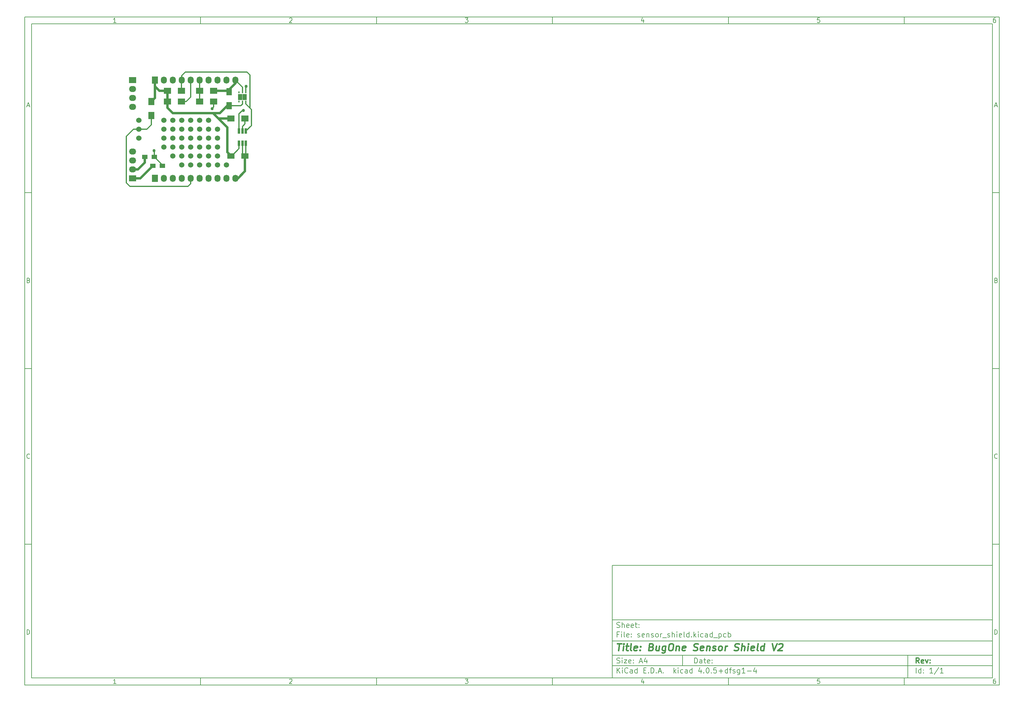
<source format=gtl>
G04 #@! TF.FileFunction,Copper,L1,Top,Signal*
%FSLAX46Y46*%
G04 Gerber Fmt 4.6, Leading zero omitted, Abs format (unit mm)*
G04 Created by KiCad (PCBNEW 4.0.5+dfsg1-4) date Tue Mar  7 19:26:32 2017*
%MOMM*%
%LPD*%
G01*
G04 APERTURE LIST*
%ADD10C,0.100000*%
%ADD11C,0.150000*%
%ADD12C,0.300000*%
%ADD13C,0.400000*%
%ADD14R,2.032000X1.727200*%
%ADD15O,2.032000X1.727200*%
%ADD16R,1.727200X2.032000*%
%ADD17O,1.727200X2.032000*%
%ADD18R,2.000000X1.600000*%
%ADD19R,1.600000X2.000000*%
%ADD20C,1.524000*%
%ADD21R,0.450000X0.630000*%
%ADD22R,1.300000X0.850000*%
%ADD23R,2.000000X1.700000*%
%ADD24R,1.700000X2.000000*%
%ADD25R,1.500000X1.300000*%
%ADD26C,1.500000*%
%ADD27R,0.700000X1.524000*%
%ADD28C,0.863600*%
%ADD29C,0.711200*%
%ADD30C,0.355600*%
G04 APERTURE END LIST*
D10*
D11*
X177002200Y-166007200D02*
X177002200Y-198007200D01*
X285002200Y-198007200D01*
X285002200Y-166007200D01*
X177002200Y-166007200D01*
D10*
D11*
X10000000Y-10000000D02*
X10000000Y-200007200D01*
X287002200Y-200007200D01*
X287002200Y-10000000D01*
X10000000Y-10000000D01*
D10*
D11*
X12000000Y-12000000D02*
X12000000Y-198007200D01*
X285002200Y-198007200D01*
X285002200Y-12000000D01*
X12000000Y-12000000D01*
D10*
D11*
X60000000Y-12000000D02*
X60000000Y-10000000D01*
D10*
D11*
X110000000Y-12000000D02*
X110000000Y-10000000D01*
D10*
D11*
X160000000Y-12000000D02*
X160000000Y-10000000D01*
D10*
D11*
X210000000Y-12000000D02*
X210000000Y-10000000D01*
D10*
D11*
X260000000Y-12000000D02*
X260000000Y-10000000D01*
D10*
D11*
X35990476Y-11588095D02*
X35247619Y-11588095D01*
X35619048Y-11588095D02*
X35619048Y-10288095D01*
X35495238Y-10473810D01*
X35371429Y-10597619D01*
X35247619Y-10659524D01*
D10*
D11*
X85247619Y-10411905D02*
X85309524Y-10350000D01*
X85433333Y-10288095D01*
X85742857Y-10288095D01*
X85866667Y-10350000D01*
X85928571Y-10411905D01*
X85990476Y-10535714D01*
X85990476Y-10659524D01*
X85928571Y-10845238D01*
X85185714Y-11588095D01*
X85990476Y-11588095D01*
D10*
D11*
X135185714Y-10288095D02*
X135990476Y-10288095D01*
X135557143Y-10783333D01*
X135742857Y-10783333D01*
X135866667Y-10845238D01*
X135928571Y-10907143D01*
X135990476Y-11030952D01*
X135990476Y-11340476D01*
X135928571Y-11464286D01*
X135866667Y-11526190D01*
X135742857Y-11588095D01*
X135371429Y-11588095D01*
X135247619Y-11526190D01*
X135185714Y-11464286D01*
D10*
D11*
X185866667Y-10721429D02*
X185866667Y-11588095D01*
X185557143Y-10226190D02*
X185247619Y-11154762D01*
X186052381Y-11154762D01*
D10*
D11*
X235928571Y-10288095D02*
X235309524Y-10288095D01*
X235247619Y-10907143D01*
X235309524Y-10845238D01*
X235433333Y-10783333D01*
X235742857Y-10783333D01*
X235866667Y-10845238D01*
X235928571Y-10907143D01*
X235990476Y-11030952D01*
X235990476Y-11340476D01*
X235928571Y-11464286D01*
X235866667Y-11526190D01*
X235742857Y-11588095D01*
X235433333Y-11588095D01*
X235309524Y-11526190D01*
X235247619Y-11464286D01*
D10*
D11*
X285866667Y-10288095D02*
X285619048Y-10288095D01*
X285495238Y-10350000D01*
X285433333Y-10411905D01*
X285309524Y-10597619D01*
X285247619Y-10845238D01*
X285247619Y-11340476D01*
X285309524Y-11464286D01*
X285371429Y-11526190D01*
X285495238Y-11588095D01*
X285742857Y-11588095D01*
X285866667Y-11526190D01*
X285928571Y-11464286D01*
X285990476Y-11340476D01*
X285990476Y-11030952D01*
X285928571Y-10907143D01*
X285866667Y-10845238D01*
X285742857Y-10783333D01*
X285495238Y-10783333D01*
X285371429Y-10845238D01*
X285309524Y-10907143D01*
X285247619Y-11030952D01*
D10*
D11*
X60000000Y-198007200D02*
X60000000Y-200007200D01*
D10*
D11*
X110000000Y-198007200D02*
X110000000Y-200007200D01*
D10*
D11*
X160000000Y-198007200D02*
X160000000Y-200007200D01*
D10*
D11*
X210000000Y-198007200D02*
X210000000Y-200007200D01*
D10*
D11*
X260000000Y-198007200D02*
X260000000Y-200007200D01*
D10*
D11*
X35990476Y-199595295D02*
X35247619Y-199595295D01*
X35619048Y-199595295D02*
X35619048Y-198295295D01*
X35495238Y-198481010D01*
X35371429Y-198604819D01*
X35247619Y-198666724D01*
D10*
D11*
X85247619Y-198419105D02*
X85309524Y-198357200D01*
X85433333Y-198295295D01*
X85742857Y-198295295D01*
X85866667Y-198357200D01*
X85928571Y-198419105D01*
X85990476Y-198542914D01*
X85990476Y-198666724D01*
X85928571Y-198852438D01*
X85185714Y-199595295D01*
X85990476Y-199595295D01*
D10*
D11*
X135185714Y-198295295D02*
X135990476Y-198295295D01*
X135557143Y-198790533D01*
X135742857Y-198790533D01*
X135866667Y-198852438D01*
X135928571Y-198914343D01*
X135990476Y-199038152D01*
X135990476Y-199347676D01*
X135928571Y-199471486D01*
X135866667Y-199533390D01*
X135742857Y-199595295D01*
X135371429Y-199595295D01*
X135247619Y-199533390D01*
X135185714Y-199471486D01*
D10*
D11*
X185866667Y-198728629D02*
X185866667Y-199595295D01*
X185557143Y-198233390D02*
X185247619Y-199161962D01*
X186052381Y-199161962D01*
D10*
D11*
X235928571Y-198295295D02*
X235309524Y-198295295D01*
X235247619Y-198914343D01*
X235309524Y-198852438D01*
X235433333Y-198790533D01*
X235742857Y-198790533D01*
X235866667Y-198852438D01*
X235928571Y-198914343D01*
X235990476Y-199038152D01*
X235990476Y-199347676D01*
X235928571Y-199471486D01*
X235866667Y-199533390D01*
X235742857Y-199595295D01*
X235433333Y-199595295D01*
X235309524Y-199533390D01*
X235247619Y-199471486D01*
D10*
D11*
X285866667Y-198295295D02*
X285619048Y-198295295D01*
X285495238Y-198357200D01*
X285433333Y-198419105D01*
X285309524Y-198604819D01*
X285247619Y-198852438D01*
X285247619Y-199347676D01*
X285309524Y-199471486D01*
X285371429Y-199533390D01*
X285495238Y-199595295D01*
X285742857Y-199595295D01*
X285866667Y-199533390D01*
X285928571Y-199471486D01*
X285990476Y-199347676D01*
X285990476Y-199038152D01*
X285928571Y-198914343D01*
X285866667Y-198852438D01*
X285742857Y-198790533D01*
X285495238Y-198790533D01*
X285371429Y-198852438D01*
X285309524Y-198914343D01*
X285247619Y-199038152D01*
D10*
D11*
X10000000Y-60000000D02*
X12000000Y-60000000D01*
D10*
D11*
X10000000Y-110000000D02*
X12000000Y-110000000D01*
D10*
D11*
X10000000Y-160000000D02*
X12000000Y-160000000D01*
D10*
D11*
X10690476Y-35216667D02*
X11309524Y-35216667D01*
X10566667Y-35588095D02*
X11000000Y-34288095D01*
X11433333Y-35588095D01*
D10*
D11*
X11092857Y-84907143D02*
X11278571Y-84969048D01*
X11340476Y-85030952D01*
X11402381Y-85154762D01*
X11402381Y-85340476D01*
X11340476Y-85464286D01*
X11278571Y-85526190D01*
X11154762Y-85588095D01*
X10659524Y-85588095D01*
X10659524Y-84288095D01*
X11092857Y-84288095D01*
X11216667Y-84350000D01*
X11278571Y-84411905D01*
X11340476Y-84535714D01*
X11340476Y-84659524D01*
X11278571Y-84783333D01*
X11216667Y-84845238D01*
X11092857Y-84907143D01*
X10659524Y-84907143D01*
D10*
D11*
X11402381Y-135464286D02*
X11340476Y-135526190D01*
X11154762Y-135588095D01*
X11030952Y-135588095D01*
X10845238Y-135526190D01*
X10721429Y-135402381D01*
X10659524Y-135278571D01*
X10597619Y-135030952D01*
X10597619Y-134845238D01*
X10659524Y-134597619D01*
X10721429Y-134473810D01*
X10845238Y-134350000D01*
X11030952Y-134288095D01*
X11154762Y-134288095D01*
X11340476Y-134350000D01*
X11402381Y-134411905D01*
D10*
D11*
X10659524Y-185588095D02*
X10659524Y-184288095D01*
X10969048Y-184288095D01*
X11154762Y-184350000D01*
X11278571Y-184473810D01*
X11340476Y-184597619D01*
X11402381Y-184845238D01*
X11402381Y-185030952D01*
X11340476Y-185278571D01*
X11278571Y-185402381D01*
X11154762Y-185526190D01*
X10969048Y-185588095D01*
X10659524Y-185588095D01*
D10*
D11*
X287002200Y-60000000D02*
X285002200Y-60000000D01*
D10*
D11*
X287002200Y-110000000D02*
X285002200Y-110000000D01*
D10*
D11*
X287002200Y-160000000D02*
X285002200Y-160000000D01*
D10*
D11*
X285692676Y-35216667D02*
X286311724Y-35216667D01*
X285568867Y-35588095D02*
X286002200Y-34288095D01*
X286435533Y-35588095D01*
D10*
D11*
X286095057Y-84907143D02*
X286280771Y-84969048D01*
X286342676Y-85030952D01*
X286404581Y-85154762D01*
X286404581Y-85340476D01*
X286342676Y-85464286D01*
X286280771Y-85526190D01*
X286156962Y-85588095D01*
X285661724Y-85588095D01*
X285661724Y-84288095D01*
X286095057Y-84288095D01*
X286218867Y-84350000D01*
X286280771Y-84411905D01*
X286342676Y-84535714D01*
X286342676Y-84659524D01*
X286280771Y-84783333D01*
X286218867Y-84845238D01*
X286095057Y-84907143D01*
X285661724Y-84907143D01*
D10*
D11*
X286404581Y-135464286D02*
X286342676Y-135526190D01*
X286156962Y-135588095D01*
X286033152Y-135588095D01*
X285847438Y-135526190D01*
X285723629Y-135402381D01*
X285661724Y-135278571D01*
X285599819Y-135030952D01*
X285599819Y-134845238D01*
X285661724Y-134597619D01*
X285723629Y-134473810D01*
X285847438Y-134350000D01*
X286033152Y-134288095D01*
X286156962Y-134288095D01*
X286342676Y-134350000D01*
X286404581Y-134411905D01*
D10*
D11*
X285661724Y-185588095D02*
X285661724Y-184288095D01*
X285971248Y-184288095D01*
X286156962Y-184350000D01*
X286280771Y-184473810D01*
X286342676Y-184597619D01*
X286404581Y-184845238D01*
X286404581Y-185030952D01*
X286342676Y-185278571D01*
X286280771Y-185402381D01*
X286156962Y-185526190D01*
X285971248Y-185588095D01*
X285661724Y-185588095D01*
D10*
D11*
X200359343Y-193785771D02*
X200359343Y-192285771D01*
X200716486Y-192285771D01*
X200930771Y-192357200D01*
X201073629Y-192500057D01*
X201145057Y-192642914D01*
X201216486Y-192928629D01*
X201216486Y-193142914D01*
X201145057Y-193428629D01*
X201073629Y-193571486D01*
X200930771Y-193714343D01*
X200716486Y-193785771D01*
X200359343Y-193785771D01*
X202502200Y-193785771D02*
X202502200Y-193000057D01*
X202430771Y-192857200D01*
X202287914Y-192785771D01*
X202002200Y-192785771D01*
X201859343Y-192857200D01*
X202502200Y-193714343D02*
X202359343Y-193785771D01*
X202002200Y-193785771D01*
X201859343Y-193714343D01*
X201787914Y-193571486D01*
X201787914Y-193428629D01*
X201859343Y-193285771D01*
X202002200Y-193214343D01*
X202359343Y-193214343D01*
X202502200Y-193142914D01*
X203002200Y-192785771D02*
X203573629Y-192785771D01*
X203216486Y-192285771D02*
X203216486Y-193571486D01*
X203287914Y-193714343D01*
X203430772Y-193785771D01*
X203573629Y-193785771D01*
X204645057Y-193714343D02*
X204502200Y-193785771D01*
X204216486Y-193785771D01*
X204073629Y-193714343D01*
X204002200Y-193571486D01*
X204002200Y-193000057D01*
X204073629Y-192857200D01*
X204216486Y-192785771D01*
X204502200Y-192785771D01*
X204645057Y-192857200D01*
X204716486Y-193000057D01*
X204716486Y-193142914D01*
X204002200Y-193285771D01*
X205359343Y-193642914D02*
X205430771Y-193714343D01*
X205359343Y-193785771D01*
X205287914Y-193714343D01*
X205359343Y-193642914D01*
X205359343Y-193785771D01*
X205359343Y-192857200D02*
X205430771Y-192928629D01*
X205359343Y-193000057D01*
X205287914Y-192928629D01*
X205359343Y-192857200D01*
X205359343Y-193000057D01*
D10*
D11*
X177002200Y-194507200D02*
X285002200Y-194507200D01*
D10*
D11*
X178359343Y-196585771D02*
X178359343Y-195085771D01*
X179216486Y-196585771D02*
X178573629Y-195728629D01*
X179216486Y-195085771D02*
X178359343Y-195942914D01*
X179859343Y-196585771D02*
X179859343Y-195585771D01*
X179859343Y-195085771D02*
X179787914Y-195157200D01*
X179859343Y-195228629D01*
X179930771Y-195157200D01*
X179859343Y-195085771D01*
X179859343Y-195228629D01*
X181430772Y-196442914D02*
X181359343Y-196514343D01*
X181145057Y-196585771D01*
X181002200Y-196585771D01*
X180787915Y-196514343D01*
X180645057Y-196371486D01*
X180573629Y-196228629D01*
X180502200Y-195942914D01*
X180502200Y-195728629D01*
X180573629Y-195442914D01*
X180645057Y-195300057D01*
X180787915Y-195157200D01*
X181002200Y-195085771D01*
X181145057Y-195085771D01*
X181359343Y-195157200D01*
X181430772Y-195228629D01*
X182716486Y-196585771D02*
X182716486Y-195800057D01*
X182645057Y-195657200D01*
X182502200Y-195585771D01*
X182216486Y-195585771D01*
X182073629Y-195657200D01*
X182716486Y-196514343D02*
X182573629Y-196585771D01*
X182216486Y-196585771D01*
X182073629Y-196514343D01*
X182002200Y-196371486D01*
X182002200Y-196228629D01*
X182073629Y-196085771D01*
X182216486Y-196014343D01*
X182573629Y-196014343D01*
X182716486Y-195942914D01*
X184073629Y-196585771D02*
X184073629Y-195085771D01*
X184073629Y-196514343D02*
X183930772Y-196585771D01*
X183645058Y-196585771D01*
X183502200Y-196514343D01*
X183430772Y-196442914D01*
X183359343Y-196300057D01*
X183359343Y-195871486D01*
X183430772Y-195728629D01*
X183502200Y-195657200D01*
X183645058Y-195585771D01*
X183930772Y-195585771D01*
X184073629Y-195657200D01*
X185930772Y-195800057D02*
X186430772Y-195800057D01*
X186645058Y-196585771D02*
X185930772Y-196585771D01*
X185930772Y-195085771D01*
X186645058Y-195085771D01*
X187287915Y-196442914D02*
X187359343Y-196514343D01*
X187287915Y-196585771D01*
X187216486Y-196514343D01*
X187287915Y-196442914D01*
X187287915Y-196585771D01*
X188002201Y-196585771D02*
X188002201Y-195085771D01*
X188359344Y-195085771D01*
X188573629Y-195157200D01*
X188716487Y-195300057D01*
X188787915Y-195442914D01*
X188859344Y-195728629D01*
X188859344Y-195942914D01*
X188787915Y-196228629D01*
X188716487Y-196371486D01*
X188573629Y-196514343D01*
X188359344Y-196585771D01*
X188002201Y-196585771D01*
X189502201Y-196442914D02*
X189573629Y-196514343D01*
X189502201Y-196585771D01*
X189430772Y-196514343D01*
X189502201Y-196442914D01*
X189502201Y-196585771D01*
X190145058Y-196157200D02*
X190859344Y-196157200D01*
X190002201Y-196585771D02*
X190502201Y-195085771D01*
X191002201Y-196585771D01*
X191502201Y-196442914D02*
X191573629Y-196514343D01*
X191502201Y-196585771D01*
X191430772Y-196514343D01*
X191502201Y-196442914D01*
X191502201Y-196585771D01*
X194502201Y-196585771D02*
X194502201Y-195085771D01*
X194645058Y-196014343D02*
X195073629Y-196585771D01*
X195073629Y-195585771D02*
X194502201Y-196157200D01*
X195716487Y-196585771D02*
X195716487Y-195585771D01*
X195716487Y-195085771D02*
X195645058Y-195157200D01*
X195716487Y-195228629D01*
X195787915Y-195157200D01*
X195716487Y-195085771D01*
X195716487Y-195228629D01*
X197073630Y-196514343D02*
X196930773Y-196585771D01*
X196645059Y-196585771D01*
X196502201Y-196514343D01*
X196430773Y-196442914D01*
X196359344Y-196300057D01*
X196359344Y-195871486D01*
X196430773Y-195728629D01*
X196502201Y-195657200D01*
X196645059Y-195585771D01*
X196930773Y-195585771D01*
X197073630Y-195657200D01*
X198359344Y-196585771D02*
X198359344Y-195800057D01*
X198287915Y-195657200D01*
X198145058Y-195585771D01*
X197859344Y-195585771D01*
X197716487Y-195657200D01*
X198359344Y-196514343D02*
X198216487Y-196585771D01*
X197859344Y-196585771D01*
X197716487Y-196514343D01*
X197645058Y-196371486D01*
X197645058Y-196228629D01*
X197716487Y-196085771D01*
X197859344Y-196014343D01*
X198216487Y-196014343D01*
X198359344Y-195942914D01*
X199716487Y-196585771D02*
X199716487Y-195085771D01*
X199716487Y-196514343D02*
X199573630Y-196585771D01*
X199287916Y-196585771D01*
X199145058Y-196514343D01*
X199073630Y-196442914D01*
X199002201Y-196300057D01*
X199002201Y-195871486D01*
X199073630Y-195728629D01*
X199145058Y-195657200D01*
X199287916Y-195585771D01*
X199573630Y-195585771D01*
X199716487Y-195657200D01*
X202216487Y-195585771D02*
X202216487Y-196585771D01*
X201859344Y-195014343D02*
X201502201Y-196085771D01*
X202430773Y-196085771D01*
X203002201Y-196442914D02*
X203073629Y-196514343D01*
X203002201Y-196585771D01*
X202930772Y-196514343D01*
X203002201Y-196442914D01*
X203002201Y-196585771D01*
X204002201Y-195085771D02*
X204145058Y-195085771D01*
X204287915Y-195157200D01*
X204359344Y-195228629D01*
X204430773Y-195371486D01*
X204502201Y-195657200D01*
X204502201Y-196014343D01*
X204430773Y-196300057D01*
X204359344Y-196442914D01*
X204287915Y-196514343D01*
X204145058Y-196585771D01*
X204002201Y-196585771D01*
X203859344Y-196514343D01*
X203787915Y-196442914D01*
X203716487Y-196300057D01*
X203645058Y-196014343D01*
X203645058Y-195657200D01*
X203716487Y-195371486D01*
X203787915Y-195228629D01*
X203859344Y-195157200D01*
X204002201Y-195085771D01*
X205145058Y-196442914D02*
X205216486Y-196514343D01*
X205145058Y-196585771D01*
X205073629Y-196514343D01*
X205145058Y-196442914D01*
X205145058Y-196585771D01*
X206573630Y-195085771D02*
X205859344Y-195085771D01*
X205787915Y-195800057D01*
X205859344Y-195728629D01*
X206002201Y-195657200D01*
X206359344Y-195657200D01*
X206502201Y-195728629D01*
X206573630Y-195800057D01*
X206645058Y-195942914D01*
X206645058Y-196300057D01*
X206573630Y-196442914D01*
X206502201Y-196514343D01*
X206359344Y-196585771D01*
X206002201Y-196585771D01*
X205859344Y-196514343D01*
X205787915Y-196442914D01*
X207287915Y-196014343D02*
X208430772Y-196014343D01*
X207859343Y-196585771D02*
X207859343Y-195442914D01*
X209787915Y-196585771D02*
X209787915Y-195085771D01*
X209787915Y-196514343D02*
X209645058Y-196585771D01*
X209359344Y-196585771D01*
X209216486Y-196514343D01*
X209145058Y-196442914D01*
X209073629Y-196300057D01*
X209073629Y-195871486D01*
X209145058Y-195728629D01*
X209216486Y-195657200D01*
X209359344Y-195585771D01*
X209645058Y-195585771D01*
X209787915Y-195657200D01*
X210287915Y-195585771D02*
X210859344Y-195585771D01*
X210502201Y-196585771D02*
X210502201Y-195300057D01*
X210573629Y-195157200D01*
X210716487Y-195085771D01*
X210859344Y-195085771D01*
X211287915Y-196514343D02*
X211430772Y-196585771D01*
X211716487Y-196585771D01*
X211859344Y-196514343D01*
X211930772Y-196371486D01*
X211930772Y-196300057D01*
X211859344Y-196157200D01*
X211716487Y-196085771D01*
X211502201Y-196085771D01*
X211359344Y-196014343D01*
X211287915Y-195871486D01*
X211287915Y-195800057D01*
X211359344Y-195657200D01*
X211502201Y-195585771D01*
X211716487Y-195585771D01*
X211859344Y-195657200D01*
X213216487Y-195585771D02*
X213216487Y-196800057D01*
X213145058Y-196942914D01*
X213073630Y-197014343D01*
X212930773Y-197085771D01*
X212716487Y-197085771D01*
X212573630Y-197014343D01*
X213216487Y-196514343D02*
X213073630Y-196585771D01*
X212787916Y-196585771D01*
X212645058Y-196514343D01*
X212573630Y-196442914D01*
X212502201Y-196300057D01*
X212502201Y-195871486D01*
X212573630Y-195728629D01*
X212645058Y-195657200D01*
X212787916Y-195585771D01*
X213073630Y-195585771D01*
X213216487Y-195657200D01*
X214716487Y-196585771D02*
X213859344Y-196585771D01*
X214287916Y-196585771D02*
X214287916Y-195085771D01*
X214145059Y-195300057D01*
X214002201Y-195442914D01*
X213859344Y-195514343D01*
X215359344Y-196014343D02*
X216502201Y-196014343D01*
X217859344Y-195585771D02*
X217859344Y-196585771D01*
X217502201Y-195014343D02*
X217145058Y-196085771D01*
X218073630Y-196085771D01*
D10*
D11*
X177002200Y-191507200D02*
X285002200Y-191507200D01*
D10*
D12*
X264216486Y-193785771D02*
X263716486Y-193071486D01*
X263359343Y-193785771D02*
X263359343Y-192285771D01*
X263930771Y-192285771D01*
X264073629Y-192357200D01*
X264145057Y-192428629D01*
X264216486Y-192571486D01*
X264216486Y-192785771D01*
X264145057Y-192928629D01*
X264073629Y-193000057D01*
X263930771Y-193071486D01*
X263359343Y-193071486D01*
X265430771Y-193714343D02*
X265287914Y-193785771D01*
X265002200Y-193785771D01*
X264859343Y-193714343D01*
X264787914Y-193571486D01*
X264787914Y-193000057D01*
X264859343Y-192857200D01*
X265002200Y-192785771D01*
X265287914Y-192785771D01*
X265430771Y-192857200D01*
X265502200Y-193000057D01*
X265502200Y-193142914D01*
X264787914Y-193285771D01*
X266002200Y-192785771D02*
X266359343Y-193785771D01*
X266716485Y-192785771D01*
X267287914Y-193642914D02*
X267359342Y-193714343D01*
X267287914Y-193785771D01*
X267216485Y-193714343D01*
X267287914Y-193642914D01*
X267287914Y-193785771D01*
X267287914Y-192857200D02*
X267359342Y-192928629D01*
X267287914Y-193000057D01*
X267216485Y-192928629D01*
X267287914Y-192857200D01*
X267287914Y-193000057D01*
D10*
D11*
X178287914Y-193714343D02*
X178502200Y-193785771D01*
X178859343Y-193785771D01*
X179002200Y-193714343D01*
X179073629Y-193642914D01*
X179145057Y-193500057D01*
X179145057Y-193357200D01*
X179073629Y-193214343D01*
X179002200Y-193142914D01*
X178859343Y-193071486D01*
X178573629Y-193000057D01*
X178430771Y-192928629D01*
X178359343Y-192857200D01*
X178287914Y-192714343D01*
X178287914Y-192571486D01*
X178359343Y-192428629D01*
X178430771Y-192357200D01*
X178573629Y-192285771D01*
X178930771Y-192285771D01*
X179145057Y-192357200D01*
X179787914Y-193785771D02*
X179787914Y-192785771D01*
X179787914Y-192285771D02*
X179716485Y-192357200D01*
X179787914Y-192428629D01*
X179859342Y-192357200D01*
X179787914Y-192285771D01*
X179787914Y-192428629D01*
X180359343Y-192785771D02*
X181145057Y-192785771D01*
X180359343Y-193785771D01*
X181145057Y-193785771D01*
X182287914Y-193714343D02*
X182145057Y-193785771D01*
X181859343Y-193785771D01*
X181716486Y-193714343D01*
X181645057Y-193571486D01*
X181645057Y-193000057D01*
X181716486Y-192857200D01*
X181859343Y-192785771D01*
X182145057Y-192785771D01*
X182287914Y-192857200D01*
X182359343Y-193000057D01*
X182359343Y-193142914D01*
X181645057Y-193285771D01*
X183002200Y-193642914D02*
X183073628Y-193714343D01*
X183002200Y-193785771D01*
X182930771Y-193714343D01*
X183002200Y-193642914D01*
X183002200Y-193785771D01*
X183002200Y-192857200D02*
X183073628Y-192928629D01*
X183002200Y-193000057D01*
X182930771Y-192928629D01*
X183002200Y-192857200D01*
X183002200Y-193000057D01*
X184787914Y-193357200D02*
X185502200Y-193357200D01*
X184645057Y-193785771D02*
X185145057Y-192285771D01*
X185645057Y-193785771D01*
X186787914Y-192785771D02*
X186787914Y-193785771D01*
X186430771Y-192214343D02*
X186073628Y-193285771D01*
X187002200Y-193285771D01*
D10*
D11*
X263359343Y-196585771D02*
X263359343Y-195085771D01*
X264716486Y-196585771D02*
X264716486Y-195085771D01*
X264716486Y-196514343D02*
X264573629Y-196585771D01*
X264287915Y-196585771D01*
X264145057Y-196514343D01*
X264073629Y-196442914D01*
X264002200Y-196300057D01*
X264002200Y-195871486D01*
X264073629Y-195728629D01*
X264145057Y-195657200D01*
X264287915Y-195585771D01*
X264573629Y-195585771D01*
X264716486Y-195657200D01*
X265430772Y-196442914D02*
X265502200Y-196514343D01*
X265430772Y-196585771D01*
X265359343Y-196514343D01*
X265430772Y-196442914D01*
X265430772Y-196585771D01*
X265430772Y-195657200D02*
X265502200Y-195728629D01*
X265430772Y-195800057D01*
X265359343Y-195728629D01*
X265430772Y-195657200D01*
X265430772Y-195800057D01*
X268073629Y-196585771D02*
X267216486Y-196585771D01*
X267645058Y-196585771D02*
X267645058Y-195085771D01*
X267502201Y-195300057D01*
X267359343Y-195442914D01*
X267216486Y-195514343D01*
X269787914Y-195014343D02*
X268502200Y-196942914D01*
X271073629Y-196585771D02*
X270216486Y-196585771D01*
X270645058Y-196585771D02*
X270645058Y-195085771D01*
X270502201Y-195300057D01*
X270359343Y-195442914D01*
X270216486Y-195514343D01*
D10*
D11*
X177002200Y-187507200D02*
X285002200Y-187507200D01*
D10*
D13*
X178454581Y-188211962D02*
X179597438Y-188211962D01*
X178776010Y-190211962D02*
X179026010Y-188211962D01*
X180014105Y-190211962D02*
X180180771Y-188878629D01*
X180264105Y-188211962D02*
X180156962Y-188307200D01*
X180240295Y-188402438D01*
X180347439Y-188307200D01*
X180264105Y-188211962D01*
X180240295Y-188402438D01*
X180847438Y-188878629D02*
X181609343Y-188878629D01*
X181216486Y-188211962D02*
X181002200Y-189926248D01*
X181073630Y-190116724D01*
X181252201Y-190211962D01*
X181442677Y-190211962D01*
X182395058Y-190211962D02*
X182216487Y-190116724D01*
X182145057Y-189926248D01*
X182359343Y-188211962D01*
X183930772Y-190116724D02*
X183728391Y-190211962D01*
X183347439Y-190211962D01*
X183168867Y-190116724D01*
X183097438Y-189926248D01*
X183192676Y-189164343D01*
X183311724Y-188973867D01*
X183514105Y-188878629D01*
X183895057Y-188878629D01*
X184073629Y-188973867D01*
X184145057Y-189164343D01*
X184121248Y-189354819D01*
X183145057Y-189545295D01*
X184895057Y-190021486D02*
X184978392Y-190116724D01*
X184871248Y-190211962D01*
X184787915Y-190116724D01*
X184895057Y-190021486D01*
X184871248Y-190211962D01*
X185026010Y-188973867D02*
X185109344Y-189069105D01*
X185002200Y-189164343D01*
X184918867Y-189069105D01*
X185026010Y-188973867D01*
X185002200Y-189164343D01*
X188145058Y-189164343D02*
X188418867Y-189259581D01*
X188502202Y-189354819D01*
X188573630Y-189545295D01*
X188537916Y-189831010D01*
X188418868Y-190021486D01*
X188311725Y-190116724D01*
X188109344Y-190211962D01*
X187347439Y-190211962D01*
X187597439Y-188211962D01*
X188264106Y-188211962D01*
X188442677Y-188307200D01*
X188526010Y-188402438D01*
X188597440Y-188592914D01*
X188573630Y-188783390D01*
X188454582Y-188973867D01*
X188347439Y-189069105D01*
X188145058Y-189164343D01*
X187478391Y-189164343D01*
X190371248Y-188878629D02*
X190204582Y-190211962D01*
X189514105Y-188878629D02*
X189383153Y-189926248D01*
X189454583Y-190116724D01*
X189633154Y-190211962D01*
X189918868Y-190211962D01*
X190121249Y-190116724D01*
X190228391Y-190021486D01*
X192180772Y-188878629D02*
X191978391Y-190497676D01*
X191859344Y-190688152D01*
X191752201Y-190783390D01*
X191549820Y-190878629D01*
X191264106Y-190878629D01*
X191085534Y-190783390D01*
X192026011Y-190116724D02*
X191823630Y-190211962D01*
X191442678Y-190211962D01*
X191264107Y-190116724D01*
X191180772Y-190021486D01*
X191109344Y-189831010D01*
X191180772Y-189259581D01*
X191299820Y-189069105D01*
X191406964Y-188973867D01*
X191609344Y-188878629D01*
X191990296Y-188878629D01*
X192168868Y-188973867D01*
X193597440Y-188211962D02*
X193978392Y-188211962D01*
X194156963Y-188307200D01*
X194323631Y-188497676D01*
X194371249Y-188878629D01*
X194287916Y-189545295D01*
X194145059Y-189926248D01*
X193930773Y-190116724D01*
X193728392Y-190211962D01*
X193347440Y-190211962D01*
X193168869Y-190116724D01*
X193002201Y-189926248D01*
X192954582Y-189545295D01*
X193037915Y-188878629D01*
X193180773Y-188497676D01*
X193395059Y-188307200D01*
X193597440Y-188211962D01*
X195228391Y-188878629D02*
X195061725Y-190211962D01*
X195204582Y-189069105D02*
X195311726Y-188973867D01*
X195514106Y-188878629D01*
X195799820Y-188878629D01*
X195978392Y-188973867D01*
X196049820Y-189164343D01*
X195918868Y-190211962D01*
X197645059Y-190116724D02*
X197442678Y-190211962D01*
X197061726Y-190211962D01*
X196883154Y-190116724D01*
X196811725Y-189926248D01*
X196906963Y-189164343D01*
X197026011Y-188973867D01*
X197228392Y-188878629D01*
X197609344Y-188878629D01*
X197787916Y-188973867D01*
X197859344Y-189164343D01*
X197835535Y-189354819D01*
X196859344Y-189545295D01*
X200026012Y-190116724D02*
X200299822Y-190211962D01*
X200776012Y-190211962D01*
X200978393Y-190116724D01*
X201085535Y-190021486D01*
X201204584Y-189831010D01*
X201228393Y-189640533D01*
X201156964Y-189450057D01*
X201073631Y-189354819D01*
X200895059Y-189259581D01*
X200526012Y-189164343D01*
X200347441Y-189069105D01*
X200264107Y-188973867D01*
X200192678Y-188783390D01*
X200216488Y-188592914D01*
X200335535Y-188402438D01*
X200442679Y-188307200D01*
X200645060Y-188211962D01*
X201121250Y-188211962D01*
X201395060Y-188307200D01*
X202787917Y-190116724D02*
X202585536Y-190211962D01*
X202204584Y-190211962D01*
X202026012Y-190116724D01*
X201954583Y-189926248D01*
X202049821Y-189164343D01*
X202168869Y-188973867D01*
X202371250Y-188878629D01*
X202752202Y-188878629D01*
X202930774Y-188973867D01*
X203002202Y-189164343D01*
X202978393Y-189354819D01*
X202002202Y-189545295D01*
X203895059Y-188878629D02*
X203728393Y-190211962D01*
X203871250Y-189069105D02*
X203978394Y-188973867D01*
X204180774Y-188878629D01*
X204466488Y-188878629D01*
X204645060Y-188973867D01*
X204716488Y-189164343D01*
X204585536Y-190211962D01*
X205454584Y-190116724D02*
X205633156Y-190211962D01*
X206014108Y-190211962D01*
X206216489Y-190116724D01*
X206335536Y-189926248D01*
X206347441Y-189831010D01*
X206276012Y-189640533D01*
X206097441Y-189545295D01*
X205811727Y-189545295D01*
X205633155Y-189450057D01*
X205561726Y-189259581D01*
X205573631Y-189164343D01*
X205692679Y-188973867D01*
X205895060Y-188878629D01*
X206180774Y-188878629D01*
X206359346Y-188973867D01*
X207442680Y-190211962D02*
X207264109Y-190116724D01*
X207180774Y-190021486D01*
X207109346Y-189831010D01*
X207180774Y-189259581D01*
X207299822Y-189069105D01*
X207406966Y-188973867D01*
X207609346Y-188878629D01*
X207895060Y-188878629D01*
X208073632Y-188973867D01*
X208156965Y-189069105D01*
X208228393Y-189259581D01*
X208156965Y-189831010D01*
X208037917Y-190021486D01*
X207930775Y-190116724D01*
X207728394Y-190211962D01*
X207442680Y-190211962D01*
X208966489Y-190211962D02*
X209133155Y-188878629D01*
X209085536Y-189259581D02*
X209204585Y-189069105D01*
X209311728Y-188973867D01*
X209514108Y-188878629D01*
X209704584Y-188878629D01*
X211645061Y-190116724D02*
X211918871Y-190211962D01*
X212395061Y-190211962D01*
X212597442Y-190116724D01*
X212704584Y-190021486D01*
X212823633Y-189831010D01*
X212847442Y-189640533D01*
X212776013Y-189450057D01*
X212692680Y-189354819D01*
X212514108Y-189259581D01*
X212145061Y-189164343D01*
X211966490Y-189069105D01*
X211883156Y-188973867D01*
X211811727Y-188783390D01*
X211835537Y-188592914D01*
X211954584Y-188402438D01*
X212061728Y-188307200D01*
X212264109Y-188211962D01*
X212740299Y-188211962D01*
X213014109Y-188307200D01*
X213633156Y-190211962D02*
X213883156Y-188211962D01*
X214490299Y-190211962D02*
X214621251Y-189164343D01*
X214549823Y-188973867D01*
X214371251Y-188878629D01*
X214085537Y-188878629D01*
X213883157Y-188973867D01*
X213776013Y-189069105D01*
X215442680Y-190211962D02*
X215609346Y-188878629D01*
X215692680Y-188211962D02*
X215585537Y-188307200D01*
X215668870Y-188402438D01*
X215776014Y-188307200D01*
X215692680Y-188211962D01*
X215668870Y-188402438D01*
X217168871Y-190116724D02*
X216966490Y-190211962D01*
X216585538Y-190211962D01*
X216406966Y-190116724D01*
X216335537Y-189926248D01*
X216430775Y-189164343D01*
X216549823Y-188973867D01*
X216752204Y-188878629D01*
X217133156Y-188878629D01*
X217311728Y-188973867D01*
X217383156Y-189164343D01*
X217359347Y-189354819D01*
X216383156Y-189545295D01*
X218395062Y-190211962D02*
X218216491Y-190116724D01*
X218145061Y-189926248D01*
X218359347Y-188211962D01*
X220014109Y-190211962D02*
X220264109Y-188211962D01*
X220026014Y-190116724D02*
X219823633Y-190211962D01*
X219442681Y-190211962D01*
X219264110Y-190116724D01*
X219180775Y-190021486D01*
X219109347Y-189831010D01*
X219180775Y-189259581D01*
X219299823Y-189069105D01*
X219406967Y-188973867D01*
X219609347Y-188878629D01*
X219990299Y-188878629D01*
X220168871Y-188973867D01*
X222454586Y-188211962D02*
X222871253Y-190211962D01*
X223787920Y-188211962D01*
X224335538Y-188402438D02*
X224442681Y-188307200D01*
X224645063Y-188211962D01*
X225121253Y-188211962D01*
X225299824Y-188307200D01*
X225383157Y-188402438D01*
X225454587Y-188592914D01*
X225430777Y-188783390D01*
X225299824Y-189069105D01*
X224014110Y-190211962D01*
X225252206Y-190211962D01*
D10*
D11*
X178859343Y-185600057D02*
X178359343Y-185600057D01*
X178359343Y-186385771D02*
X178359343Y-184885771D01*
X179073629Y-184885771D01*
X179645057Y-186385771D02*
X179645057Y-185385771D01*
X179645057Y-184885771D02*
X179573628Y-184957200D01*
X179645057Y-185028629D01*
X179716485Y-184957200D01*
X179645057Y-184885771D01*
X179645057Y-185028629D01*
X180573629Y-186385771D02*
X180430771Y-186314343D01*
X180359343Y-186171486D01*
X180359343Y-184885771D01*
X181716485Y-186314343D02*
X181573628Y-186385771D01*
X181287914Y-186385771D01*
X181145057Y-186314343D01*
X181073628Y-186171486D01*
X181073628Y-185600057D01*
X181145057Y-185457200D01*
X181287914Y-185385771D01*
X181573628Y-185385771D01*
X181716485Y-185457200D01*
X181787914Y-185600057D01*
X181787914Y-185742914D01*
X181073628Y-185885771D01*
X182430771Y-186242914D02*
X182502199Y-186314343D01*
X182430771Y-186385771D01*
X182359342Y-186314343D01*
X182430771Y-186242914D01*
X182430771Y-186385771D01*
X182430771Y-185457200D02*
X182502199Y-185528629D01*
X182430771Y-185600057D01*
X182359342Y-185528629D01*
X182430771Y-185457200D01*
X182430771Y-185600057D01*
X184216485Y-186314343D02*
X184359342Y-186385771D01*
X184645057Y-186385771D01*
X184787914Y-186314343D01*
X184859342Y-186171486D01*
X184859342Y-186100057D01*
X184787914Y-185957200D01*
X184645057Y-185885771D01*
X184430771Y-185885771D01*
X184287914Y-185814343D01*
X184216485Y-185671486D01*
X184216485Y-185600057D01*
X184287914Y-185457200D01*
X184430771Y-185385771D01*
X184645057Y-185385771D01*
X184787914Y-185457200D01*
X186073628Y-186314343D02*
X185930771Y-186385771D01*
X185645057Y-186385771D01*
X185502200Y-186314343D01*
X185430771Y-186171486D01*
X185430771Y-185600057D01*
X185502200Y-185457200D01*
X185645057Y-185385771D01*
X185930771Y-185385771D01*
X186073628Y-185457200D01*
X186145057Y-185600057D01*
X186145057Y-185742914D01*
X185430771Y-185885771D01*
X186787914Y-185385771D02*
X186787914Y-186385771D01*
X186787914Y-185528629D02*
X186859342Y-185457200D01*
X187002200Y-185385771D01*
X187216485Y-185385771D01*
X187359342Y-185457200D01*
X187430771Y-185600057D01*
X187430771Y-186385771D01*
X188073628Y-186314343D02*
X188216485Y-186385771D01*
X188502200Y-186385771D01*
X188645057Y-186314343D01*
X188716485Y-186171486D01*
X188716485Y-186100057D01*
X188645057Y-185957200D01*
X188502200Y-185885771D01*
X188287914Y-185885771D01*
X188145057Y-185814343D01*
X188073628Y-185671486D01*
X188073628Y-185600057D01*
X188145057Y-185457200D01*
X188287914Y-185385771D01*
X188502200Y-185385771D01*
X188645057Y-185457200D01*
X189573629Y-186385771D02*
X189430771Y-186314343D01*
X189359343Y-186242914D01*
X189287914Y-186100057D01*
X189287914Y-185671486D01*
X189359343Y-185528629D01*
X189430771Y-185457200D01*
X189573629Y-185385771D01*
X189787914Y-185385771D01*
X189930771Y-185457200D01*
X190002200Y-185528629D01*
X190073629Y-185671486D01*
X190073629Y-186100057D01*
X190002200Y-186242914D01*
X189930771Y-186314343D01*
X189787914Y-186385771D01*
X189573629Y-186385771D01*
X190716486Y-186385771D02*
X190716486Y-185385771D01*
X190716486Y-185671486D02*
X190787914Y-185528629D01*
X190859343Y-185457200D01*
X191002200Y-185385771D01*
X191145057Y-185385771D01*
X191287914Y-186528629D02*
X192430771Y-186528629D01*
X192716485Y-186314343D02*
X192859342Y-186385771D01*
X193145057Y-186385771D01*
X193287914Y-186314343D01*
X193359342Y-186171486D01*
X193359342Y-186100057D01*
X193287914Y-185957200D01*
X193145057Y-185885771D01*
X192930771Y-185885771D01*
X192787914Y-185814343D01*
X192716485Y-185671486D01*
X192716485Y-185600057D01*
X192787914Y-185457200D01*
X192930771Y-185385771D01*
X193145057Y-185385771D01*
X193287914Y-185457200D01*
X194002200Y-186385771D02*
X194002200Y-184885771D01*
X194645057Y-186385771D02*
X194645057Y-185600057D01*
X194573628Y-185457200D01*
X194430771Y-185385771D01*
X194216486Y-185385771D01*
X194073628Y-185457200D01*
X194002200Y-185528629D01*
X195359343Y-186385771D02*
X195359343Y-185385771D01*
X195359343Y-184885771D02*
X195287914Y-184957200D01*
X195359343Y-185028629D01*
X195430771Y-184957200D01*
X195359343Y-184885771D01*
X195359343Y-185028629D01*
X196645057Y-186314343D02*
X196502200Y-186385771D01*
X196216486Y-186385771D01*
X196073629Y-186314343D01*
X196002200Y-186171486D01*
X196002200Y-185600057D01*
X196073629Y-185457200D01*
X196216486Y-185385771D01*
X196502200Y-185385771D01*
X196645057Y-185457200D01*
X196716486Y-185600057D01*
X196716486Y-185742914D01*
X196002200Y-185885771D01*
X197573629Y-186385771D02*
X197430771Y-186314343D01*
X197359343Y-186171486D01*
X197359343Y-184885771D01*
X198787914Y-186385771D02*
X198787914Y-184885771D01*
X198787914Y-186314343D02*
X198645057Y-186385771D01*
X198359343Y-186385771D01*
X198216485Y-186314343D01*
X198145057Y-186242914D01*
X198073628Y-186100057D01*
X198073628Y-185671486D01*
X198145057Y-185528629D01*
X198216485Y-185457200D01*
X198359343Y-185385771D01*
X198645057Y-185385771D01*
X198787914Y-185457200D01*
X199502200Y-186242914D02*
X199573628Y-186314343D01*
X199502200Y-186385771D01*
X199430771Y-186314343D01*
X199502200Y-186242914D01*
X199502200Y-186385771D01*
X200216486Y-186385771D02*
X200216486Y-184885771D01*
X200359343Y-185814343D02*
X200787914Y-186385771D01*
X200787914Y-185385771D02*
X200216486Y-185957200D01*
X201430772Y-186385771D02*
X201430772Y-185385771D01*
X201430772Y-184885771D02*
X201359343Y-184957200D01*
X201430772Y-185028629D01*
X201502200Y-184957200D01*
X201430772Y-184885771D01*
X201430772Y-185028629D01*
X202787915Y-186314343D02*
X202645058Y-186385771D01*
X202359344Y-186385771D01*
X202216486Y-186314343D01*
X202145058Y-186242914D01*
X202073629Y-186100057D01*
X202073629Y-185671486D01*
X202145058Y-185528629D01*
X202216486Y-185457200D01*
X202359344Y-185385771D01*
X202645058Y-185385771D01*
X202787915Y-185457200D01*
X204073629Y-186385771D02*
X204073629Y-185600057D01*
X204002200Y-185457200D01*
X203859343Y-185385771D01*
X203573629Y-185385771D01*
X203430772Y-185457200D01*
X204073629Y-186314343D02*
X203930772Y-186385771D01*
X203573629Y-186385771D01*
X203430772Y-186314343D01*
X203359343Y-186171486D01*
X203359343Y-186028629D01*
X203430772Y-185885771D01*
X203573629Y-185814343D01*
X203930772Y-185814343D01*
X204073629Y-185742914D01*
X205430772Y-186385771D02*
X205430772Y-184885771D01*
X205430772Y-186314343D02*
X205287915Y-186385771D01*
X205002201Y-186385771D01*
X204859343Y-186314343D01*
X204787915Y-186242914D01*
X204716486Y-186100057D01*
X204716486Y-185671486D01*
X204787915Y-185528629D01*
X204859343Y-185457200D01*
X205002201Y-185385771D01*
X205287915Y-185385771D01*
X205430772Y-185457200D01*
X205787915Y-186528629D02*
X206930772Y-186528629D01*
X207287915Y-185385771D02*
X207287915Y-186885771D01*
X207287915Y-185457200D02*
X207430772Y-185385771D01*
X207716486Y-185385771D01*
X207859343Y-185457200D01*
X207930772Y-185528629D01*
X208002201Y-185671486D01*
X208002201Y-186100057D01*
X207930772Y-186242914D01*
X207859343Y-186314343D01*
X207716486Y-186385771D01*
X207430772Y-186385771D01*
X207287915Y-186314343D01*
X209287915Y-186314343D02*
X209145058Y-186385771D01*
X208859344Y-186385771D01*
X208716486Y-186314343D01*
X208645058Y-186242914D01*
X208573629Y-186100057D01*
X208573629Y-185671486D01*
X208645058Y-185528629D01*
X208716486Y-185457200D01*
X208859344Y-185385771D01*
X209145058Y-185385771D01*
X209287915Y-185457200D01*
X209930772Y-186385771D02*
X209930772Y-184885771D01*
X209930772Y-185457200D02*
X210073629Y-185385771D01*
X210359343Y-185385771D01*
X210502200Y-185457200D01*
X210573629Y-185528629D01*
X210645058Y-185671486D01*
X210645058Y-186100057D01*
X210573629Y-186242914D01*
X210502200Y-186314343D01*
X210359343Y-186385771D01*
X210073629Y-186385771D01*
X209930772Y-186314343D01*
D10*
D11*
X177002200Y-181507200D02*
X285002200Y-181507200D01*
D10*
D11*
X178287914Y-183614343D02*
X178502200Y-183685771D01*
X178859343Y-183685771D01*
X179002200Y-183614343D01*
X179073629Y-183542914D01*
X179145057Y-183400057D01*
X179145057Y-183257200D01*
X179073629Y-183114343D01*
X179002200Y-183042914D01*
X178859343Y-182971486D01*
X178573629Y-182900057D01*
X178430771Y-182828629D01*
X178359343Y-182757200D01*
X178287914Y-182614343D01*
X178287914Y-182471486D01*
X178359343Y-182328629D01*
X178430771Y-182257200D01*
X178573629Y-182185771D01*
X178930771Y-182185771D01*
X179145057Y-182257200D01*
X179787914Y-183685771D02*
X179787914Y-182185771D01*
X180430771Y-183685771D02*
X180430771Y-182900057D01*
X180359342Y-182757200D01*
X180216485Y-182685771D01*
X180002200Y-182685771D01*
X179859342Y-182757200D01*
X179787914Y-182828629D01*
X181716485Y-183614343D02*
X181573628Y-183685771D01*
X181287914Y-183685771D01*
X181145057Y-183614343D01*
X181073628Y-183471486D01*
X181073628Y-182900057D01*
X181145057Y-182757200D01*
X181287914Y-182685771D01*
X181573628Y-182685771D01*
X181716485Y-182757200D01*
X181787914Y-182900057D01*
X181787914Y-183042914D01*
X181073628Y-183185771D01*
X183002199Y-183614343D02*
X182859342Y-183685771D01*
X182573628Y-183685771D01*
X182430771Y-183614343D01*
X182359342Y-183471486D01*
X182359342Y-182900057D01*
X182430771Y-182757200D01*
X182573628Y-182685771D01*
X182859342Y-182685771D01*
X183002199Y-182757200D01*
X183073628Y-182900057D01*
X183073628Y-183042914D01*
X182359342Y-183185771D01*
X183502199Y-182685771D02*
X184073628Y-182685771D01*
X183716485Y-182185771D02*
X183716485Y-183471486D01*
X183787913Y-183614343D01*
X183930771Y-183685771D01*
X184073628Y-183685771D01*
X184573628Y-183542914D02*
X184645056Y-183614343D01*
X184573628Y-183685771D01*
X184502199Y-183614343D01*
X184573628Y-183542914D01*
X184573628Y-183685771D01*
X184573628Y-182757200D02*
X184645056Y-182828629D01*
X184573628Y-182900057D01*
X184502199Y-182828629D01*
X184573628Y-182757200D01*
X184573628Y-182900057D01*
D10*
D11*
X197002200Y-191507200D02*
X197002200Y-194507200D01*
D10*
D11*
X261002200Y-191507200D02*
X261002200Y-198007200D01*
D14*
X40640000Y-27940000D03*
D15*
X40640000Y-30480000D03*
X40640000Y-33020000D03*
X40640000Y-35560000D03*
D14*
X40640000Y-55880000D03*
D15*
X40640000Y-53340000D03*
X40640000Y-50800000D03*
X40640000Y-48260000D03*
D16*
X46990000Y-55880000D03*
D17*
X49530000Y-55880000D03*
X52070000Y-55880000D03*
X54610000Y-55880000D03*
X57150000Y-55880000D03*
X59690000Y-55880000D03*
X62230000Y-55880000D03*
X64770000Y-55880000D03*
X67310000Y-55880000D03*
X69850000Y-55880000D03*
D16*
X46990000Y-27940000D03*
D17*
X49530000Y-27940000D03*
X52070000Y-27940000D03*
X54610000Y-27940000D03*
X57150000Y-27940000D03*
X59690000Y-27940000D03*
X62230000Y-27940000D03*
X64770000Y-27940000D03*
X67310000Y-27940000D03*
X69850000Y-27940000D03*
D18*
X68612000Y-49530000D03*
X72612000Y-49530000D03*
D19*
X68072000Y-35274000D03*
X68072000Y-31274000D03*
D20*
X42418000Y-41910000D03*
X42418000Y-39370000D03*
X42418000Y-44450000D03*
D21*
X72832000Y-31426000D03*
X71882000Y-31426000D03*
X70932000Y-31426000D03*
X70932000Y-34106000D03*
X71882000Y-34106000D03*
X72832000Y-34106000D03*
D22*
X71232000Y-33191000D03*
X72532000Y-33191000D03*
X71232000Y-32341000D03*
X72532000Y-32341000D03*
D23*
X50578000Y-30988000D03*
X54578000Y-30988000D03*
X50578000Y-34036000D03*
X54578000Y-34036000D03*
X68612000Y-38862000D03*
X72612000Y-38862000D03*
D24*
X45974000Y-34068000D03*
X45974000Y-38068000D03*
D23*
X63722000Y-34036000D03*
X59722000Y-34036000D03*
X59722000Y-30988000D03*
X63722000Y-30988000D03*
D25*
X46402000Y-52324000D03*
X49102000Y-52324000D03*
X44116000Y-49784000D03*
X46816000Y-49784000D03*
D26*
X49530000Y-39370000D03*
X52070000Y-39370000D03*
X54610000Y-39370000D03*
X57150000Y-39370000D03*
X59690000Y-39370000D03*
X62230000Y-39370000D03*
X49530000Y-41910000D03*
X52070000Y-41910000D03*
X54610000Y-41910000D03*
X57150000Y-41910000D03*
X59690000Y-41910000D03*
X62230000Y-41910000D03*
X64770000Y-41910000D03*
X49530000Y-44450000D03*
X52070000Y-44450000D03*
X54610000Y-44450000D03*
X57150000Y-44450000D03*
X59690000Y-44450000D03*
X62230000Y-44450000D03*
X64770000Y-44450000D03*
X49530000Y-46990000D03*
X52070000Y-46990000D03*
X54610000Y-46990000D03*
X57150000Y-46990000D03*
X59690000Y-46990000D03*
X62230000Y-46990000D03*
X64770000Y-46990000D03*
X52070000Y-49530000D03*
X54610000Y-49530000D03*
X57150000Y-49530000D03*
X59690000Y-49530000D03*
X62230000Y-49530000D03*
X64770000Y-49530000D03*
X64770000Y-52070000D03*
X62230000Y-52070000D03*
X59690000Y-52070000D03*
X57150000Y-52070000D03*
X54610000Y-52070000D03*
X67310000Y-52070000D03*
D27*
X70932000Y-45958000D03*
X71882000Y-45958000D03*
X72832000Y-45958000D03*
X72832000Y-42434000D03*
X71882000Y-42434000D03*
X70932000Y-42434000D03*
D28*
X72898000Y-29718000D03*
X72136000Y-36576000D03*
X46736000Y-48006000D03*
X63246000Y-36068000D03*
D29*
X40640000Y-53340000D02*
X42164000Y-53340000D01*
X44116000Y-51388000D02*
X44116000Y-49784000D01*
X42164000Y-53340000D02*
X44116000Y-51388000D01*
X69850000Y-55880000D02*
X70612000Y-55880000D01*
X70612000Y-55880000D02*
X72612000Y-53880000D01*
X72612000Y-53880000D02*
X72612000Y-49530000D01*
X63722000Y-30988000D02*
X67786000Y-30988000D01*
X67786000Y-30988000D02*
X69850000Y-28924000D01*
X69850000Y-28924000D02*
X69850000Y-27940000D01*
D30*
X71882000Y-31426000D02*
X71882000Y-29972000D01*
X71882000Y-29972000D02*
X69850000Y-27940000D01*
X72832000Y-45958000D02*
X72832000Y-49310000D01*
X72832000Y-49310000D02*
X72612000Y-49530000D01*
X71882000Y-45958000D02*
X71882000Y-48800000D01*
X71882000Y-48800000D02*
X72612000Y-49530000D01*
D29*
X40640000Y-55880000D02*
X42846000Y-55880000D01*
X42846000Y-55880000D02*
X46402000Y-52324000D01*
D30*
X68612000Y-49530000D02*
X68834000Y-49530000D01*
X68834000Y-49530000D02*
X70932000Y-47432000D01*
X70932000Y-47432000D02*
X70932000Y-45958000D01*
D29*
X65024000Y-38862000D02*
X67564000Y-41402000D01*
X67564000Y-48482000D02*
X68612000Y-49530000D01*
X67564000Y-41402000D02*
X67564000Y-48482000D01*
D30*
X68072000Y-35274000D02*
X71406000Y-35274000D01*
X71882000Y-34798000D02*
X71882000Y-34106000D01*
X71406000Y-35274000D02*
X71882000Y-34798000D01*
D29*
X63500000Y-37338000D02*
X65500000Y-37338000D01*
X65500000Y-37338000D02*
X68072000Y-34766000D01*
X63246000Y-37338000D02*
X63500000Y-37338000D01*
X65024000Y-38862000D02*
X68612000Y-38862000D01*
X63500000Y-37338000D02*
X65024000Y-38862000D01*
X50578000Y-34036000D02*
X50578000Y-35846000D01*
X52070000Y-37338000D02*
X63246000Y-37338000D01*
X50578000Y-35846000D02*
X52070000Y-37338000D01*
X46990000Y-29718000D02*
X46990000Y-33052000D01*
X46990000Y-33052000D02*
X45974000Y-34068000D01*
X46990000Y-27940000D02*
X46990000Y-29718000D01*
X48260000Y-30988000D02*
X50578000Y-30988000D01*
X46990000Y-29718000D02*
X48260000Y-30988000D01*
X50578000Y-30988000D02*
X50578000Y-34036000D01*
D30*
X42418000Y-41910000D02*
X44704000Y-41910000D01*
X45974000Y-40640000D02*
X45974000Y-38068000D01*
X44704000Y-41910000D02*
X45974000Y-40640000D01*
X42418000Y-41910000D02*
X40894000Y-41910000D01*
X57150000Y-57404000D02*
X57150000Y-55880000D01*
X56388000Y-58166000D02*
X57150000Y-57404000D01*
X39878000Y-58166000D02*
X56388000Y-58166000D01*
X38862000Y-57150000D02*
X39878000Y-58166000D01*
X38862000Y-43942000D02*
X38862000Y-57150000D01*
X40894000Y-41910000D02*
X38862000Y-43942000D01*
X74041000Y-35941000D02*
X74041000Y-26543000D01*
X54610000Y-26670000D02*
X54610000Y-27940000D01*
X55626000Y-25654000D02*
X54610000Y-26670000D01*
X73152000Y-25654000D02*
X55626000Y-25654000D01*
X74041000Y-26543000D02*
X73152000Y-25654000D01*
X54578000Y-30988000D02*
X54578000Y-27972000D01*
X54578000Y-27972000D02*
X54610000Y-27940000D01*
X72832000Y-42434000D02*
X72882000Y-42434000D01*
X72882000Y-42434000D02*
X74422000Y-40894000D01*
X74422000Y-40894000D02*
X74422000Y-36322000D01*
X74422000Y-36322000D02*
X74041000Y-35941000D01*
X74041000Y-35941000D02*
X72832000Y-34732000D01*
X72832000Y-34732000D02*
X72832000Y-34106000D01*
X57150000Y-27940000D02*
X57150000Y-27432000D01*
X70932000Y-42434000D02*
X70932000Y-37526000D01*
X72832000Y-29784000D02*
X72832000Y-31426000D01*
X72898000Y-29718000D02*
X72832000Y-29784000D01*
X71882000Y-36576000D02*
X72136000Y-36576000D01*
X70932000Y-37526000D02*
X71882000Y-36576000D01*
X54578000Y-34036000D02*
X55880000Y-34036000D01*
X57150000Y-32766000D02*
X57150000Y-27940000D01*
X55880000Y-34036000D02*
X57150000Y-32766000D01*
X59722000Y-30988000D02*
X59722000Y-27972000D01*
X59722000Y-27972000D02*
X59690000Y-27940000D01*
X59722000Y-34036000D02*
X59722000Y-30988000D01*
X71882000Y-42434000D02*
X71882000Y-41148000D01*
X72612000Y-40418000D02*
X72612000Y-38862000D01*
X71882000Y-41148000D02*
X72612000Y-40418000D01*
X63722000Y-34036000D02*
X63722000Y-35592000D01*
X46816000Y-48086000D02*
X46816000Y-49784000D01*
X46736000Y-48006000D02*
X46816000Y-48086000D01*
X63722000Y-35592000D02*
X63246000Y-36068000D01*
X49102000Y-52324000D02*
X49102000Y-52070000D01*
X49102000Y-52070000D02*
X46816000Y-49784000D01*
M02*

</source>
